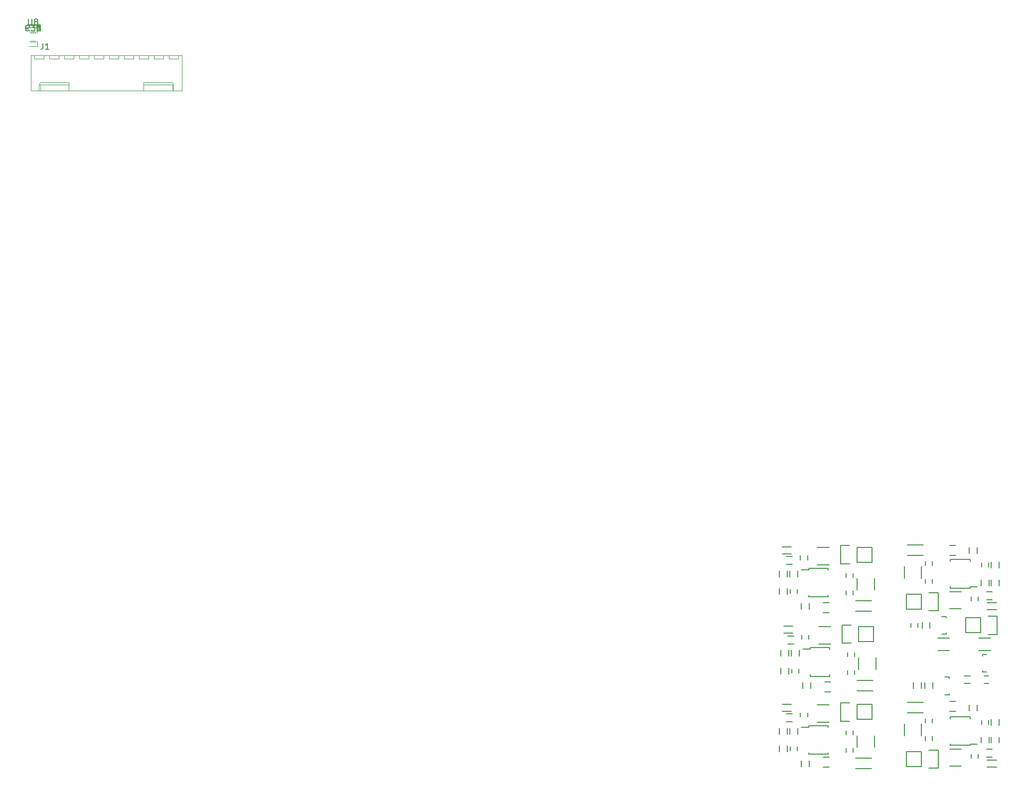
<source format=gbr>
G04 #@! TF.FileFunction,Legend,Top*
%FSLAX46Y46*%
G04 Gerber Fmt 4.6, Leading zero omitted, Abs format (unit mm)*
G04 Created by KiCad (PCBNEW 4.0.7) date 03/30/18 15:53:02*
%MOMM*%
%LPD*%
G01*
G04 APERTURE LIST*
%ADD10C,0.100000*%
%ADD11C,0.150000*%
%ADD12C,0.120000*%
G04 APERTURE END LIST*
D10*
D11*
X151250000Y-113100000D02*
X148550000Y-113100000D01*
X151250000Y-114900000D02*
X148550000Y-114900000D01*
X152850000Y-118900000D02*
X152850000Y-119600000D01*
X151650000Y-119600000D02*
X151650000Y-118900000D01*
X152850000Y-115900000D02*
X152850000Y-116600000D01*
X151650000Y-116600000D02*
X151650000Y-115900000D01*
X150980000Y-124020000D02*
X148440000Y-124020000D01*
X153800000Y-124300000D02*
X152250000Y-124300000D01*
X150980000Y-124020000D02*
X150980000Y-121480000D01*
X152250000Y-121200000D02*
X153800000Y-121200000D01*
X153800000Y-121200000D02*
X153800000Y-124300000D01*
X150980000Y-121480000D02*
X148440000Y-121480000D01*
X148440000Y-121480000D02*
X148440000Y-124020000D01*
X148025000Y-116750000D02*
X148025000Y-118750000D01*
X150975000Y-118750000D02*
X150975000Y-116750000D01*
X162350000Y-116150000D02*
X162350000Y-116850000D01*
X161150000Y-116850000D02*
X161150000Y-116150000D01*
X162425000Y-119000000D02*
X162425000Y-120000000D01*
X161075000Y-120000000D02*
X161075000Y-119000000D01*
X164175000Y-116000000D02*
X164175000Y-117000000D01*
X162825000Y-117000000D02*
X162825000Y-116000000D01*
X162825000Y-120000000D02*
X162825000Y-119000000D01*
X164175000Y-119000000D02*
X164175000Y-120000000D01*
X159075000Y-114500000D02*
X159075000Y-113500000D01*
X160425000Y-113500000D02*
X160425000Y-114500000D01*
X155750000Y-114600000D02*
X156750000Y-114600000D01*
X156750000Y-112900000D02*
X155750000Y-112900000D01*
X160600000Y-121900000D02*
X160600000Y-122600000D01*
X159400000Y-122600000D02*
X159400000Y-121900000D01*
X162150000Y-124100000D02*
X163700000Y-124100000D01*
X162150000Y-122900000D02*
X163700000Y-122900000D01*
X159225000Y-120425000D02*
X159225000Y-120200000D01*
X155875000Y-120425000D02*
X155875000Y-120125000D01*
X155875000Y-115575000D02*
X155875000Y-115875000D01*
X159225000Y-115575000D02*
X159225000Y-115875000D01*
X159225000Y-120425000D02*
X155875000Y-120425000D01*
X159225000Y-115575000D02*
X155875000Y-115575000D01*
X159225000Y-120200000D02*
X160450000Y-120200000D01*
X163000000Y-122425000D02*
X162000000Y-122425000D01*
X162000000Y-121075000D02*
X163000000Y-121075000D01*
X157750000Y-121025000D02*
X155750000Y-121025000D01*
X155750000Y-123975000D02*
X157750000Y-123975000D01*
X152850000Y-92150000D02*
X152850000Y-92850000D01*
X151650000Y-92850000D02*
X151650000Y-92150000D01*
X152850000Y-89150000D02*
X152850000Y-89850000D01*
X151650000Y-89850000D02*
X151650000Y-89150000D01*
X148025000Y-90000000D02*
X148025000Y-92000000D01*
X150975000Y-92000000D02*
X150975000Y-90000000D01*
X150980000Y-97270000D02*
X148440000Y-97270000D01*
X153800000Y-97550000D02*
X152250000Y-97550000D01*
X150980000Y-97270000D02*
X150980000Y-94730000D01*
X152250000Y-94450000D02*
X153800000Y-94450000D01*
X153800000Y-94450000D02*
X153800000Y-97550000D01*
X150980000Y-94730000D02*
X148440000Y-94730000D01*
X148440000Y-94730000D02*
X148440000Y-97270000D01*
X151250000Y-86350000D02*
X148550000Y-86350000D01*
X151250000Y-88150000D02*
X148550000Y-88150000D01*
X163000000Y-95675000D02*
X162000000Y-95675000D01*
X162000000Y-94325000D02*
X163000000Y-94325000D01*
X162425000Y-92250000D02*
X162425000Y-93250000D01*
X161075000Y-93250000D02*
X161075000Y-92250000D01*
X160600000Y-95150000D02*
X160600000Y-95850000D01*
X159400000Y-95850000D02*
X159400000Y-95150000D01*
X162825000Y-93250000D02*
X162825000Y-92250000D01*
X164175000Y-92250000D02*
X164175000Y-93250000D01*
X162150000Y-97350000D02*
X163700000Y-97350000D01*
X162150000Y-96150000D02*
X163700000Y-96150000D01*
X159075000Y-87750000D02*
X159075000Y-86750000D01*
X160425000Y-86750000D02*
X160425000Y-87750000D01*
X157750000Y-94275000D02*
X155750000Y-94275000D01*
X155750000Y-97225000D02*
X157750000Y-97225000D01*
X162350000Y-89400000D02*
X162350000Y-90100000D01*
X161150000Y-90100000D02*
X161150000Y-89400000D01*
X159225000Y-93675000D02*
X159225000Y-93450000D01*
X155875000Y-93675000D02*
X155875000Y-93375000D01*
X155875000Y-88825000D02*
X155875000Y-89125000D01*
X159225000Y-88825000D02*
X159225000Y-89125000D01*
X159225000Y-93675000D02*
X155875000Y-93675000D01*
X159225000Y-88825000D02*
X155875000Y-88825000D01*
X159225000Y-93450000D02*
X160450000Y-93450000D01*
X155750000Y-88100000D02*
X156750000Y-88100000D01*
X156750000Y-86400000D02*
X155750000Y-86400000D01*
X164175000Y-89250000D02*
X164175000Y-90250000D01*
X162825000Y-90250000D02*
X162825000Y-89250000D01*
X142975000Y-120750000D02*
X142975000Y-118750000D01*
X140025000Y-118750000D02*
X140025000Y-120750000D01*
X139750000Y-124400000D02*
X142450000Y-124400000D01*
X139750000Y-122600000D02*
X142450000Y-122600000D01*
X140020000Y-113480000D02*
X142560000Y-113480000D01*
X137200000Y-113200000D02*
X138750000Y-113200000D01*
X140020000Y-113480000D02*
X140020000Y-116020000D01*
X138750000Y-116300000D02*
X137200000Y-116300000D01*
X137200000Y-116300000D02*
X137200000Y-113200000D01*
X140020000Y-116020000D02*
X142560000Y-116020000D01*
X142560000Y-116020000D02*
X142560000Y-113480000D01*
X138150000Y-121600000D02*
X138150000Y-120900000D01*
X139350000Y-120900000D02*
X139350000Y-121600000D01*
X138150000Y-118600000D02*
X138150000Y-117900000D01*
X139350000Y-117900000D02*
X139350000Y-118600000D01*
X131775000Y-117075000D02*
X131775000Y-117300000D01*
X135125000Y-117075000D02*
X135125000Y-117375000D01*
X135125000Y-121925000D02*
X135125000Y-121625000D01*
X131775000Y-121925000D02*
X131775000Y-121625000D01*
X131775000Y-117075000D02*
X135125000Y-117075000D01*
X131775000Y-121925000D02*
X135125000Y-121925000D01*
X131775000Y-117300000D02*
X130550000Y-117300000D01*
X135250000Y-122400000D02*
X134250000Y-122400000D01*
X134250000Y-124100000D02*
X135250000Y-124100000D01*
X126825000Y-121500000D02*
X126825000Y-120500000D01*
X128175000Y-120500000D02*
X128175000Y-121500000D01*
X128650000Y-121350000D02*
X128650000Y-120650000D01*
X129850000Y-120650000D02*
X129850000Y-121350000D01*
X131925000Y-123000000D02*
X131925000Y-124000000D01*
X130575000Y-124000000D02*
X130575000Y-123000000D01*
X133250000Y-116475000D02*
X135250000Y-116475000D01*
X135250000Y-113525000D02*
X133250000Y-113525000D01*
X128000000Y-115075000D02*
X129000000Y-115075000D01*
X129000000Y-116425000D02*
X128000000Y-116425000D01*
X130400000Y-115600000D02*
X130400000Y-114900000D01*
X131600000Y-114900000D02*
X131600000Y-115600000D01*
X128175000Y-117500000D02*
X128175000Y-118500000D01*
X126825000Y-118500000D02*
X126825000Y-117500000D01*
X128850000Y-113400000D02*
X127300000Y-113400000D01*
X128850000Y-114600000D02*
X127300000Y-114600000D01*
X128575000Y-118500000D02*
X128575000Y-117500000D01*
X129925000Y-117500000D02*
X129925000Y-118500000D01*
X143225000Y-107500000D02*
X143225000Y-105500000D01*
X140275000Y-105500000D02*
X140275000Y-107500000D01*
X140000000Y-111150000D02*
X142700000Y-111150000D01*
X140000000Y-109350000D02*
X142700000Y-109350000D01*
X140270000Y-100230000D02*
X142810000Y-100230000D01*
X137450000Y-99950000D02*
X139000000Y-99950000D01*
X140270000Y-100230000D02*
X140270000Y-102770000D01*
X139000000Y-103050000D02*
X137450000Y-103050000D01*
X137450000Y-103050000D02*
X137450000Y-99950000D01*
X140270000Y-102770000D02*
X142810000Y-102770000D01*
X142810000Y-102770000D02*
X142810000Y-100230000D01*
X138400000Y-108350000D02*
X138400000Y-107650000D01*
X139600000Y-107650000D02*
X139600000Y-108350000D01*
X138400000Y-105350000D02*
X138400000Y-104650000D01*
X139600000Y-104650000D02*
X139600000Y-105350000D01*
X132025000Y-103825000D02*
X132025000Y-104050000D01*
X135375000Y-103825000D02*
X135375000Y-104125000D01*
X135375000Y-108675000D02*
X135375000Y-108375000D01*
X132025000Y-108675000D02*
X132025000Y-108375000D01*
X132025000Y-103825000D02*
X135375000Y-103825000D01*
X132025000Y-108675000D02*
X135375000Y-108675000D01*
X132025000Y-104050000D02*
X130800000Y-104050000D01*
X135500000Y-109650000D02*
X134500000Y-109650000D01*
X134500000Y-111350000D02*
X135500000Y-111350000D01*
X127075000Y-108250000D02*
X127075000Y-107250000D01*
X128425000Y-107250000D02*
X128425000Y-108250000D01*
X128900000Y-108100000D02*
X128900000Y-107400000D01*
X130100000Y-107400000D02*
X130100000Y-108100000D01*
X132175000Y-109750000D02*
X132175000Y-110750000D01*
X130825000Y-110750000D02*
X130825000Y-109750000D01*
X133500000Y-103225000D02*
X135500000Y-103225000D01*
X135500000Y-100275000D02*
X133500000Y-100275000D01*
X128250000Y-101825000D02*
X129250000Y-101825000D01*
X129250000Y-103175000D02*
X128250000Y-103175000D01*
X130650000Y-102350000D02*
X130650000Y-101650000D01*
X131850000Y-101650000D02*
X131850000Y-102350000D01*
X128425000Y-104250000D02*
X128425000Y-105250000D01*
X127075000Y-105250000D02*
X127075000Y-104250000D01*
X129100000Y-100150000D02*
X127550000Y-100150000D01*
X129100000Y-101350000D02*
X127550000Y-101350000D01*
X128825000Y-105250000D02*
X128825000Y-104250000D01*
X130175000Y-104250000D02*
X130175000Y-105250000D01*
X131775000Y-90325000D02*
X131775000Y-90550000D01*
X135125000Y-90325000D02*
X135125000Y-90625000D01*
X135125000Y-95175000D02*
X135125000Y-94875000D01*
X131775000Y-95175000D02*
X131775000Y-94875000D01*
X131775000Y-90325000D02*
X135125000Y-90325000D01*
X131775000Y-95175000D02*
X135125000Y-95175000D01*
X131775000Y-90550000D02*
X130550000Y-90550000D01*
X155152020Y-101299160D02*
X155152020Y-101250900D01*
X154450980Y-98500180D02*
X155152020Y-98500180D01*
X155152020Y-98500180D02*
X155152020Y-98749100D01*
X155152020Y-101299160D02*
X155152020Y-101499820D01*
X155152020Y-101499820D02*
X154450980Y-101499820D01*
X160700000Y-102175000D02*
X162700000Y-102175000D01*
X162700000Y-104325000D02*
X160700000Y-104325000D01*
X135250000Y-96150000D02*
X134250000Y-96150000D01*
X134250000Y-97850000D02*
X135250000Y-97850000D01*
X133250000Y-89725000D02*
X135250000Y-89725000D01*
X135250000Y-86775000D02*
X133250000Y-86775000D01*
X138150000Y-91850000D02*
X138150000Y-91150000D01*
X139350000Y-91150000D02*
X139350000Y-91850000D01*
X138150000Y-94850000D02*
X138150000Y-94150000D01*
X139350000Y-94150000D02*
X139350000Y-94850000D01*
X130400000Y-88850000D02*
X130400000Y-88150000D01*
X131600000Y-88150000D02*
X131600000Y-88850000D01*
X128650000Y-94600000D02*
X128650000Y-93900000D01*
X129850000Y-93900000D02*
X129850000Y-94600000D01*
X150350000Y-99650000D02*
X150350000Y-100350000D01*
X149150000Y-100350000D02*
X149150000Y-99650000D01*
X161650000Y-108650000D02*
X162350000Y-108650000D01*
X162350000Y-109850000D02*
X161650000Y-109850000D01*
X128850000Y-86650000D02*
X127300000Y-86650000D01*
X128850000Y-87850000D02*
X127300000Y-87850000D01*
X139750000Y-97650000D02*
X142450000Y-97650000D01*
X139750000Y-95850000D02*
X142450000Y-95850000D01*
X142975000Y-94000000D02*
X142975000Y-92000000D01*
X140025000Y-92000000D02*
X140025000Y-94000000D01*
X160980000Y-101270000D02*
X158440000Y-101270000D01*
X163800000Y-101550000D02*
X162250000Y-101550000D01*
X160980000Y-101270000D02*
X160980000Y-98730000D01*
X162250000Y-98450000D02*
X163800000Y-98450000D01*
X163800000Y-98450000D02*
X163800000Y-101550000D01*
X160980000Y-98730000D02*
X158440000Y-98730000D01*
X158440000Y-98730000D02*
X158440000Y-101270000D01*
X140020000Y-86730000D02*
X142560000Y-86730000D01*
X137200000Y-86450000D02*
X138750000Y-86450000D01*
X140020000Y-86730000D02*
X140020000Y-89270000D01*
X138750000Y-89550000D02*
X137200000Y-89550000D01*
X137200000Y-89550000D02*
X137200000Y-86450000D01*
X140020000Y-89270000D02*
X142560000Y-89270000D01*
X142560000Y-89270000D02*
X142560000Y-86730000D01*
X155651000Y-111599160D02*
X155651000Y-111550900D01*
X154949960Y-108800180D02*
X155651000Y-108800180D01*
X155651000Y-108800180D02*
X155651000Y-109049100D01*
X155651000Y-111599160D02*
X155651000Y-111799820D01*
X155651000Y-111799820D02*
X154949960Y-111799820D01*
X128575000Y-91750000D02*
X128575000Y-90750000D01*
X129925000Y-90750000D02*
X129925000Y-91750000D01*
X128175000Y-90750000D02*
X128175000Y-91750000D01*
X126825000Y-91750000D02*
X126825000Y-90750000D01*
X128000000Y-88325000D02*
X129000000Y-88325000D01*
X129000000Y-89675000D02*
X128000000Y-89675000D01*
X131925000Y-96250000D02*
X131925000Y-97250000D01*
X130575000Y-97250000D02*
X130575000Y-96250000D01*
X126825000Y-94750000D02*
X126825000Y-93750000D01*
X128175000Y-93750000D02*
X128175000Y-94750000D01*
X152925000Y-109750000D02*
X152925000Y-110750000D01*
X151575000Y-110750000D02*
X151575000Y-109750000D01*
X149575000Y-110750000D02*
X149575000Y-109750000D01*
X150925000Y-109750000D02*
X150925000Y-110750000D01*
X153700000Y-102175000D02*
X155700000Y-102175000D01*
X155700000Y-104325000D02*
X153700000Y-104325000D01*
X151075000Y-100500000D02*
X151075000Y-99500000D01*
X152425000Y-99500000D02*
X152425000Y-100500000D01*
X158250000Y-108575000D02*
X159250000Y-108575000D01*
X159250000Y-109925000D02*
X158250000Y-109925000D01*
X161349000Y-105150840D02*
X161349000Y-105199100D01*
X162050040Y-107949820D02*
X161349000Y-107949820D01*
X161349000Y-107949820D02*
X161349000Y-107700900D01*
X161349000Y-105150840D02*
X161349000Y-104950180D01*
X161349000Y-104950180D02*
X162050040Y-104950180D01*
D12*
X500000Y850000D02*
X-500000Y850000D01*
X-500000Y-850000D02*
X500000Y-850000D01*
X500000Y-680000D02*
X-500000Y-680000D01*
X-500000Y680000D02*
X500000Y680000D01*
X500000Y-680000D02*
X-500000Y-680000D01*
X-500000Y680000D02*
X500000Y680000D01*
X500000Y-680000D02*
X-500000Y-680000D01*
X-500000Y680000D02*
X500000Y680000D01*
X500000Y-680000D02*
X-500000Y-680000D01*
X-500000Y680000D02*
X500000Y680000D01*
X760000Y-1580000D02*
X760000Y-650000D01*
X760000Y1580000D02*
X760000Y650000D01*
X760000Y1580000D02*
X-1400000Y1580000D01*
X760000Y-1580000D02*
X-700000Y-1580000D01*
X-330000Y-3100000D02*
X-330000Y-9100000D01*
X-330000Y-9100000D02*
X25270000Y-9100000D01*
X25270000Y-9100000D02*
X25270000Y-3100000D01*
X25270000Y-3100000D02*
X-330000Y-3100000D01*
X1040000Y-9100000D02*
X1040000Y-8100000D01*
X1040000Y-8100000D02*
X6120000Y-8100000D01*
X6120000Y-8100000D02*
X6120000Y-9100000D01*
X1040000Y-8100000D02*
X1290000Y-7670000D01*
X1290000Y-7670000D02*
X6120000Y-7670000D01*
X6120000Y-7670000D02*
X6120000Y-8100000D01*
X1290000Y-9100000D02*
X1290000Y-8100000D01*
X23900000Y-9100000D02*
X23900000Y-8100000D01*
X23900000Y-8100000D02*
X18820000Y-8100000D01*
X18820000Y-8100000D02*
X18820000Y-9100000D01*
X23900000Y-8100000D02*
X23650000Y-7670000D01*
X23650000Y-7670000D02*
X18820000Y-7670000D01*
X18820000Y-7670000D02*
X18820000Y-8100000D01*
X23650000Y-9100000D02*
X23650000Y-8100000D01*
X240000Y-3100000D02*
X240000Y-3720000D01*
X240000Y-3720000D02*
X1840000Y-3720000D01*
X1840000Y-3720000D02*
X1840000Y-3100000D01*
X2780000Y-3100000D02*
X2780000Y-3720000D01*
X2780000Y-3720000D02*
X4380000Y-3720000D01*
X4380000Y-3720000D02*
X4380000Y-3100000D01*
X5320000Y-3100000D02*
X5320000Y-3720000D01*
X5320000Y-3720000D02*
X6920000Y-3720000D01*
X6920000Y-3720000D02*
X6920000Y-3100000D01*
X7860000Y-3100000D02*
X7860000Y-3720000D01*
X7860000Y-3720000D02*
X9460000Y-3720000D01*
X9460000Y-3720000D02*
X9460000Y-3100000D01*
X10400000Y-3100000D02*
X10400000Y-3720000D01*
X10400000Y-3720000D02*
X12000000Y-3720000D01*
X12000000Y-3720000D02*
X12000000Y-3100000D01*
X12940000Y-3100000D02*
X12940000Y-3720000D01*
X12940000Y-3720000D02*
X14540000Y-3720000D01*
X14540000Y-3720000D02*
X14540000Y-3100000D01*
X15480000Y-3100000D02*
X15480000Y-3720000D01*
X15480000Y-3720000D02*
X17080000Y-3720000D01*
X17080000Y-3720000D02*
X17080000Y-3100000D01*
X18020000Y-3100000D02*
X18020000Y-3720000D01*
X18020000Y-3720000D02*
X19620000Y-3720000D01*
X19620000Y-3720000D02*
X19620000Y-3100000D01*
X20560000Y-3100000D02*
X20560000Y-3720000D01*
X20560000Y-3720000D02*
X22160000Y-3720000D01*
X22160000Y-3720000D02*
X22160000Y-3100000D01*
X23100000Y-3100000D02*
X23100000Y-3720000D01*
X23100000Y-3720000D02*
X24700000Y-3720000D01*
X24700000Y-3720000D02*
X24700000Y-3100000D01*
D11*
X-642857Y1142857D02*
X-690476Y1095238D01*
X-833333Y1047619D01*
X-928571Y1047619D01*
X-1071429Y1095238D01*
X-1166667Y1190476D01*
X-1214286Y1285714D01*
X-1261905Y1476190D01*
X-1261905Y1619048D01*
X-1214286Y1809524D01*
X-1166667Y1904762D01*
X-1071429Y2000000D01*
X-928571Y2047619D01*
X-833333Y2047619D01*
X-690476Y2000000D01*
X-642857Y1952381D01*
X-309524Y2047619D02*
X309524Y2047619D01*
X-23810Y1666667D01*
X119048Y1666667D01*
X214286Y1619048D01*
X261905Y1571429D01*
X309524Y1476190D01*
X309524Y1238095D01*
X261905Y1142857D01*
X214286Y1095238D01*
X119048Y1047619D01*
X-166667Y1047619D01*
X-261905Y1095238D01*
X-309524Y1142857D01*
X642857Y2047619D02*
X1261905Y2047619D01*
X928571Y1666667D01*
X1071429Y1666667D01*
X1166667Y1619048D01*
X1214286Y1571429D01*
X1261905Y1476190D01*
X1261905Y1238095D01*
X1214286Y1142857D01*
X1166667Y1095238D01*
X1071429Y1047619D01*
X785714Y1047619D01*
X690476Y1095238D01*
X642857Y1142857D01*
X-642857Y997619D02*
X-976191Y1473810D01*
X-1214286Y997619D02*
X-1214286Y1997619D01*
X-833333Y1997619D01*
X-738095Y1950000D01*
X-690476Y1902381D01*
X-642857Y1807143D01*
X-642857Y1664286D01*
X-690476Y1569048D01*
X-738095Y1521429D01*
X-833333Y1473810D01*
X-1214286Y1473810D01*
X-309524Y1997619D02*
X309524Y1997619D01*
X-23810Y1616667D01*
X119048Y1616667D01*
X214286Y1569048D01*
X261905Y1521429D01*
X309524Y1426190D01*
X309524Y1188095D01*
X261905Y1092857D01*
X214286Y1045238D01*
X119048Y997619D01*
X-166667Y997619D01*
X-261905Y1045238D01*
X-309524Y1092857D01*
X690476Y1902381D02*
X738095Y1950000D01*
X833333Y1997619D01*
X1071429Y1997619D01*
X1166667Y1950000D01*
X1214286Y1902381D01*
X1261905Y1807143D01*
X1261905Y1711905D01*
X1214286Y1569048D01*
X642857Y997619D01*
X1261905Y997619D01*
X-642857Y997619D02*
X-976191Y1473810D01*
X-1214286Y997619D02*
X-1214286Y1997619D01*
X-833333Y1997619D01*
X-738095Y1950000D01*
X-690476Y1902381D01*
X-642857Y1807143D01*
X-642857Y1664286D01*
X-690476Y1569048D01*
X-738095Y1521429D01*
X-833333Y1473810D01*
X-1214286Y1473810D01*
X-309524Y1997619D02*
X309524Y1997619D01*
X-23810Y1616667D01*
X119048Y1616667D01*
X214286Y1569048D01*
X261905Y1521429D01*
X309524Y1426190D01*
X309524Y1188095D01*
X261905Y1092857D01*
X214286Y1045238D01*
X119048Y997619D01*
X-166667Y997619D01*
X-261905Y1045238D01*
X-309524Y1092857D01*
X642857Y1997619D02*
X1261905Y1997619D01*
X928571Y1616667D01*
X1071429Y1616667D01*
X1166667Y1569048D01*
X1214286Y1521429D01*
X1261905Y1426190D01*
X1261905Y1188095D01*
X1214286Y1092857D01*
X1166667Y1045238D01*
X1071429Y997619D01*
X785714Y997619D01*
X690476Y1045238D01*
X642857Y1092857D01*
X-642857Y997619D02*
X-976191Y1473810D01*
X-1214286Y997619D02*
X-1214286Y1997619D01*
X-833333Y1997619D01*
X-738095Y1950000D01*
X-690476Y1902381D01*
X-642857Y1807143D01*
X-642857Y1664286D01*
X-690476Y1569048D01*
X-738095Y1521429D01*
X-833333Y1473810D01*
X-1214286Y1473810D01*
X-309524Y1997619D02*
X309524Y1997619D01*
X-23810Y1616667D01*
X119048Y1616667D01*
X214286Y1569048D01*
X261905Y1521429D01*
X309524Y1426190D01*
X309524Y1188095D01*
X261905Y1092857D01*
X214286Y1045238D01*
X119048Y997619D01*
X-166667Y997619D01*
X-261905Y1045238D01*
X-309524Y1092857D01*
X1166667Y1664286D02*
X1166667Y997619D01*
X928571Y2045238D02*
X690476Y1330952D01*
X1309524Y1330952D01*
X-642857Y997619D02*
X-976191Y1473810D01*
X-1214286Y997619D02*
X-1214286Y1997619D01*
X-833333Y1997619D01*
X-738095Y1950000D01*
X-690476Y1902381D01*
X-642857Y1807143D01*
X-642857Y1664286D01*
X-690476Y1569048D01*
X-738095Y1521429D01*
X-833333Y1473810D01*
X-1214286Y1473810D01*
X-309524Y1997619D02*
X309524Y1997619D01*
X-23810Y1616667D01*
X119048Y1616667D01*
X214286Y1569048D01*
X261905Y1521429D01*
X309524Y1426190D01*
X309524Y1188095D01*
X261905Y1092857D01*
X214286Y1045238D01*
X119048Y997619D01*
X-166667Y997619D01*
X-261905Y1045238D01*
X-309524Y1092857D01*
X1214286Y1997619D02*
X738095Y1997619D01*
X690476Y1521429D01*
X738095Y1569048D01*
X833333Y1616667D01*
X1071429Y1616667D01*
X1166667Y1569048D01*
X1214286Y1521429D01*
X1261905Y1426190D01*
X1261905Y1188095D01*
X1214286Y1092857D01*
X1166667Y1045238D01*
X1071429Y997619D01*
X833333Y997619D01*
X738095Y1045238D01*
X690476Y1092857D01*
X-761905Y3047619D02*
X-761905Y2238095D01*
X-714286Y2142857D01*
X-666667Y2095238D01*
X-571429Y2047619D01*
X-380952Y2047619D01*
X-285714Y2095238D01*
X-238095Y2142857D01*
X-190476Y2238095D01*
X-190476Y3047619D01*
X428571Y2619048D02*
X333333Y2666667D01*
X285714Y2714286D01*
X238095Y2809524D01*
X238095Y2857143D01*
X285714Y2952381D01*
X333333Y3000000D01*
X428571Y3047619D01*
X619048Y3047619D01*
X714286Y3000000D01*
X761905Y2952381D01*
X809524Y2857143D01*
X809524Y2809524D01*
X761905Y2714286D01*
X714286Y2666667D01*
X619048Y2619048D01*
X428571Y2619048D01*
X333333Y2571429D01*
X285714Y2523810D01*
X238095Y2428571D01*
X238095Y2238095D01*
X285714Y2142857D01*
X333333Y2095238D01*
X428571Y2047619D01*
X619048Y2047619D01*
X714286Y2095238D01*
X761905Y2142857D01*
X809524Y2238095D01*
X809524Y2428571D01*
X761905Y2523810D01*
X714286Y2571429D01*
X619048Y2619048D01*
X1706667Y-1072381D02*
X1706667Y-1786667D01*
X1659047Y-1929524D01*
X1563809Y-2024762D01*
X1420952Y-2072381D01*
X1325714Y-2072381D01*
X2706667Y-2072381D02*
X2135238Y-2072381D01*
X2420952Y-2072381D02*
X2420952Y-1072381D01*
X2325714Y-1215238D01*
X2230476Y-1310476D01*
X2135238Y-1358095D01*
M02*

</source>
